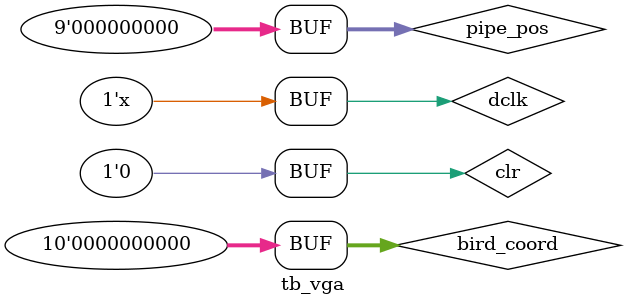
<source format=v>
`timescale 1ns / 1ps


module tb_vga;

	// Inputs
	reg dclk;
	reg clr;
	reg [9:0] bird_coord;
	reg [8:0] pipe_pos;

	// Outputs
	wire hsync;
	wire vsync;
	wire [2:0] red;
	wire [2:0] green;
	wire [1:0] blue;

	// Instantiate the Unit Under Test (UUT)
	vga640x480 uut (
		.dclk(dclk), 
		.clr(clr), 
		.bird_coord(bird_coord), 
		.pipe_pos(pipe_pos), 
		.hsync(hsync), 
		.vsync(vsync), 
		.red(red), 
		.green(green), 
		.blue(blue)
	);

	initial begin
		// Initialize Inputs
		dclk = 0;
		clr = 0;
		bird_coord = 0;
		pipe_pos = 0;

		// Wait 100 ns for global reset to finish
		#100;
        
		// Add stimulus here
	end
	always # 10 dclk = ~dclk;
      
endmodule


</source>
